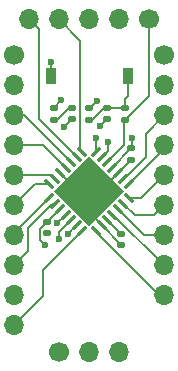
<source format=gbr>
%TF.GenerationSoftware,KiCad,Pcbnew,8.0.5*%
%TF.CreationDate,2025-01-09T20:32:43-08:00*%
%TF.ProjectId,PIC32Flex,50494333-3246-46c6-9578-2e6b69636164,rev?*%
%TF.SameCoordinates,Original*%
%TF.FileFunction,Copper,L1,Top*%
%TF.FilePolarity,Positive*%
%FSLAX46Y46*%
G04 Gerber Fmt 4.6, Leading zero omitted, Abs format (unit mm)*
G04 Created by KiCad (PCBNEW 8.0.5) date 2025-01-09 20:32:43*
%MOMM*%
%LPD*%
G01*
G04 APERTURE LIST*
G04 Aperture macros list*
%AMRoundRect*
0 Rectangle with rounded corners*
0 $1 Rounding radius*
0 $2 $3 $4 $5 $6 $7 $8 $9 X,Y pos of 4 corners*
0 Add a 4 corners polygon primitive as box body*
4,1,4,$2,$3,$4,$5,$6,$7,$8,$9,$2,$3,0*
0 Add four circle primitives for the rounded corners*
1,1,$1+$1,$2,$3*
1,1,$1+$1,$4,$5*
1,1,$1+$1,$6,$7*
1,1,$1+$1,$8,$9*
0 Add four rect primitives between the rounded corners*
20,1,$1+$1,$2,$3,$4,$5,0*
20,1,$1+$1,$4,$5,$6,$7,0*
20,1,$1+$1,$6,$7,$8,$9,0*
20,1,$1+$1,$8,$9,$2,$3,0*%
%AMRotRect*
0 Rectangle, with rotation*
0 The origin of the aperture is its center*
0 $1 length*
0 $2 width*
0 $3 Rotation angle, in degrees counterclockwise*
0 Add horizontal line*
21,1,$1,$2,0,0,$3*%
G04 Aperture macros list end*
%TA.AperFunction,ComponentPad*%
%ADD10C,1.700000*%
%TD*%
%TA.AperFunction,ComponentPad*%
%ADD11O,1.700000X1.700000*%
%TD*%
%TA.AperFunction,SMDPad,CuDef*%
%ADD12RoundRect,0.135000X0.185000X-0.135000X0.185000X0.135000X-0.185000X0.135000X-0.185000X-0.135000X0*%
%TD*%
%TA.AperFunction,SMDPad,CuDef*%
%ADD13R,0.889000X1.397000*%
%TD*%
%TA.AperFunction,SMDPad,CuDef*%
%ADD14RoundRect,0.140000X0.170000X-0.140000X0.170000X0.140000X-0.170000X0.140000X-0.170000X-0.140000X0*%
%TD*%
%TA.AperFunction,SMDPad,CuDef*%
%ADD15RoundRect,0.147500X0.172500X-0.147500X0.172500X0.147500X-0.172500X0.147500X-0.172500X-0.147500X0*%
%TD*%
%TA.AperFunction,SMDPad,CuDef*%
%ADD16RoundRect,0.140000X-0.170000X0.140000X-0.170000X-0.140000X0.170000X-0.140000X0.170000X0.140000X0*%
%TD*%
%TA.AperFunction,SMDPad,CuDef*%
%ADD17RotRect,0.304800X1.016000X45.000000*%
%TD*%
%TA.AperFunction,SMDPad,CuDef*%
%ADD18RotRect,0.304800X1.016000X315.000000*%
%TD*%
%TA.AperFunction,SMDPad,CuDef*%
%ADD19RotRect,4.191000X4.191000X315.000000*%
%TD*%
%TA.AperFunction,ViaPad*%
%ADD20C,0.600000*%
%TD*%
%TA.AperFunction,Conductor*%
%ADD21C,0.200000*%
%TD*%
G04 APERTURE END LIST*
D10*
%TO.P,J1,1,Pin_1*%
%TO.N,/TXD*%
X103837600Y-100170800D03*
D11*
%TO.P,J1,2,Pin_2*%
%TO.N,/RXD*%
X106377600Y-100170800D03*
%TO.P,J1,3,Pin_3*%
%TO.N,GND*%
X108917600Y-100170800D03*
%TD*%
D10*
%TO.P,J3,1,Pin_1*%
%TO.N,/AN1{slash}RA1*%
X112740000Y-75020000D03*
D11*
%TO.P,J3,2,Pin_2*%
%TO.N,/AN0{slash}RA0*%
X112740000Y-77560000D03*
%TO.P,J3,3,Pin_3*%
%TO.N,/AN9{slash}RB15*%
X112740000Y-80100000D03*
%TO.P,J3,4,Pin_4*%
%TO.N,/AN10{slash}RB14*%
X112740000Y-82640000D03*
%TO.P,J3,5,Pin_5*%
%TO.N,/AN11{slash}RB13*%
X112740000Y-85180000D03*
%TO.P,J3,6,Pin_6*%
%TO.N,/AN12{slash}RB12*%
X112740000Y-87720000D03*
%TO.P,J3,7,Pin_7*%
%TO.N,/RB11*%
X112740000Y-90260000D03*
%TO.P,J3,8,Pin_8*%
%TO.N,/RB10*%
X112740000Y-92800000D03*
%TO.P,J3,9,Pin_9*%
%TO.N,/RB9*%
X112740000Y-95340000D03*
%TD*%
%TO.P,J2,5,Pin_5*%
%TO.N,/PGClk*%
X101250000Y-71950000D03*
%TO.P,J2,4,Pin_4*%
%TO.N,/PGData*%
X103790000Y-71950000D03*
%TO.P,J2,3,Pin_3*%
%TO.N,GND*%
X106330000Y-71950000D03*
%TO.P,J2,2,Pin_2*%
%TO.N,+3.3V*%
X108870000Y-71950000D03*
D10*
%TO.P,J2,1,Pin_1*%
%TO.N,/MCLR*%
X111410000Y-71950000D03*
%TD*%
%TO.P,J4,1,Pin_1*%
%TO.N,+3.3V*%
X100040000Y-75020000D03*
D11*
%TO.P,J4,2,Pin_2*%
%TO.N,GND*%
X100040000Y-77560000D03*
%TO.P,J4,3,Pin_3*%
%TO.N,/AN4{slash}RB2*%
X100040000Y-80100000D03*
%TO.P,J4,4,Pin_4*%
%TO.N,/AN5{slash}RB3*%
X100040000Y-82640000D03*
%TO.P,J4,5,Pin_5*%
%TO.N,/RA2*%
X100040000Y-85180000D03*
%TO.P,J4,6,Pin_6*%
%TO.N,/RA3*%
X100040000Y-87720000D03*
%TO.P,J4,7,Pin_7*%
%TO.N,/RB4*%
X100040000Y-90260000D03*
%TO.P,J4,8,Pin_8*%
%TO.N,/RA4*%
X100040000Y-92800000D03*
%TO.P,J4,9,Pin_9*%
%TO.N,/RB5*%
X100040000Y-95340000D03*
%TO.P,J4,10,Pin_10*%
%TO.N,/RB8*%
X100040000Y-97880000D03*
%TD*%
D12*
%TO.P,R3,1*%
%TO.N,Net-(D1-A)*%
X103400000Y-80500000D03*
%TO.P,R3,2*%
%TO.N,+3.3V*%
X103400000Y-79480000D03*
%TD*%
D13*
%TO.P,SW1,1,1*%
%TO.N,Net-(C4-Pad2)*%
X109660001Y-76770000D03*
%TO.P,SW1,2,2*%
%TO.N,GND*%
X103159999Y-76770000D03*
%TD*%
D12*
%TO.P,R1,1*%
%TO.N,/MCLR*%
X109400000Y-80500000D03*
%TO.P,R1,2*%
%TO.N,Net-(C4-Pad2)*%
X109400000Y-79480000D03*
%TD*%
D14*
%TO.P,C2,1*%
%TO.N,GND*%
X109960000Y-83890000D03*
%TO.P,C2,2*%
%TO.N,+3.3V*%
X109960000Y-82930000D03*
%TD*%
D15*
%TO.P,D1,1,K*%
%TO.N,GND*%
X104900000Y-80475000D03*
%TO.P,D1,2,A*%
%TO.N,Net-(D1-A)*%
X104900000Y-79505000D03*
%TD*%
D16*
%TO.P,C3,1*%
%TO.N,Net-(U1-Vcap)*%
X109080000Y-90140000D03*
%TO.P,C3,2*%
%TO.N,GND*%
X109080000Y-91100000D03*
%TD*%
D17*
%TO.P,U1,1,PGED1/RB0*%
%TO.N,/PGData*%
X105776406Y-83190970D03*
%TO.P,U1,2,PGEC1/RB1*%
%TO.N,/PGClk*%
X105316785Y-83650590D03*
%TO.P,U1,3,RB2*%
%TO.N,/AN4{slash}RB2*%
X104857165Y-84110210D03*
%TO.P,U1,4,RB3*%
%TO.N,/AN5{slash}RB3*%
X104397547Y-84569829D03*
%TO.P,U1,5,Vss*%
%TO.N,GND*%
X103937928Y-85029447D03*
%TO.P,U1,6,RA2*%
%TO.N,/RA2*%
X103478308Y-85489067D03*
%TO.P,U1,7,RA3*%
%TO.N,/RA3*%
X103018689Y-85948686D03*
D18*
%TO.P,U1,8,RB4*%
%TO.N,/RB4*%
X103018688Y-87142282D03*
%TO.P,U1,9,RA4*%
%TO.N,/RA4*%
X103478308Y-87601903D03*
%TO.P,U1,10,Vdd*%
%TO.N,+3.3V*%
X103937927Y-88061521D03*
%TO.P,U1,11,PGED3/5VT/RB5*%
%TO.N,/RB5*%
X104397547Y-88521141D03*
%TO.P,U1,12,PGEC3/5VT/RB6*%
%TO.N,/TXD*%
X104857165Y-88980760D03*
%TO.P,U1,13,5VT/RB7*%
%TO.N,/RXD*%
X105316785Y-89440380D03*
%TO.P,U1,14,5VT/RB8*%
%TO.N,/RB8*%
X105776404Y-89899999D03*
D17*
%TO.P,U1,15,PGED2/5VT/RB9*%
%TO.N,/RB9*%
X106970000Y-89900000D03*
%TO.P,U1,16,Vss*%
%TO.N,GND*%
X107429621Y-89440380D03*
%TO.P,U1,17,Vcap*%
%TO.N,Net-(U1-Vcap)*%
X107889239Y-88980761D03*
%TO.P,U1,18,PGEC2/5VT/RB10*%
%TO.N,/RB10*%
X108348859Y-88521141D03*
%TO.P,U1,19,RB11*%
%TO.N,/RB11*%
X108808478Y-88061523D03*
%TO.P,U1,20,RB12*%
%TO.N,/AN12{slash}RB12*%
X109268098Y-87601903D03*
%TO.P,U1,21,RB13*%
%TO.N,/AN11{slash}RB13*%
X109727717Y-87142284D03*
D18*
%TO.P,U1,22,RB14*%
%TO.N,/AN10{slash}RB14*%
X109727718Y-85948688D03*
%TO.P,U1,23,RB15*%
%TO.N,/AN9{slash}RB15*%
X109268098Y-85489067D03*
%TO.P,U1,24,AVss*%
%TO.N,GND*%
X108808479Y-85029449D03*
%TO.P,U1,25,AVdd*%
%TO.N,+3.3V*%
X108348859Y-84569829D03*
%TO.P,U1,26,~{MCLR}*%
%TO.N,/MCLR*%
X107889241Y-84110210D03*
%TO.P,U1,27,RA0*%
%TO.N,/AN0{slash}RA0*%
X107429621Y-83650590D03*
%TO.P,U1,28,RA1*%
%TO.N,/AN1{slash}RA1*%
X106970002Y-83190971D03*
D19*
%TO.P,U1,29,Sink*%
%TO.N,GND*%
X106373203Y-86545485D03*
%TD*%
D12*
%TO.P,R2,1*%
%TO.N,Net-(C4-Pad2)*%
X106400000Y-80500000D03*
%TO.P,R2,2*%
%TO.N,+3.3V*%
X106400000Y-79480000D03*
%TD*%
D14*
%TO.P,C1,2*%
%TO.N,+3.3V*%
X102830000Y-89160000D03*
%TO.P,C1,1*%
%TO.N,GND*%
X102830000Y-90120000D03*
%TD*%
%TO.P,C4,1*%
%TO.N,GND*%
X107900000Y-80470000D03*
%TO.P,C4,2*%
%TO.N,Net-(C4-Pad2)*%
X107900000Y-79510000D03*
%TD*%
D20*
%TO.N,+3.3V*%
X102637600Y-91100000D03*
X104020000Y-78840000D03*
X109970000Y-82000000D03*
X107020000Y-78870000D03*
%TO.N,GND*%
X107255735Y-81065735D03*
X104280000Y-81090000D03*
X103170000Y-75570000D03*
X106373203Y-86545485D03*
%TO.N,/TXD*%
X103837600Y-90580000D03*
%TO.N,/RXD*%
X104560000Y-90180000D03*
%TO.N,/RB5*%
X103650000Y-89270000D03*
%TO.N,/AN0{slash}RA0*%
X107950000Y-82350000D03*
%TO.N,/AN1{slash}RA1*%
X106980000Y-82010000D03*
%TD*%
D21*
%TO.N,+3.3V*%
X102220000Y-89770000D02*
X102830000Y-89160000D01*
X102740000Y-89260000D02*
X102740000Y-89259448D01*
X102839448Y-89160000D02*
X103937927Y-88061521D01*
X109970000Y-82920000D02*
X109970000Y-82000000D01*
X102637600Y-91100000D02*
X102220000Y-90682400D01*
X108348859Y-84541141D02*
X109960000Y-82930000D01*
X102220000Y-90682400D02*
X102220000Y-89770000D01*
X103400000Y-79480000D02*
X104020000Y-78860000D01*
X109960000Y-82930000D02*
X109970000Y-82920000D01*
X106400000Y-79480000D02*
X106410000Y-79480000D01*
X102830000Y-89160000D02*
X102839448Y-89160000D01*
X108348859Y-84569829D02*
X108348859Y-84541141D01*
X104020000Y-78860000D02*
X104020000Y-78840000D01*
X106410000Y-79480000D02*
X107020000Y-78870000D01*
%TO.N,GND*%
X108808479Y-85029449D02*
X107292443Y-86545485D01*
X103170000Y-75570000D02*
X103159999Y-75580001D01*
X107429621Y-89440380D02*
X106373203Y-88383962D01*
X103159999Y-75580001D02*
X103159999Y-76770000D01*
X104895000Y-80475000D02*
X104280000Y-81090000D01*
X108820551Y-85029449D02*
X109960000Y-83890000D01*
X104900000Y-80475000D02*
X104895000Y-80475000D01*
X107900000Y-80470000D02*
X107851470Y-80470000D01*
X107429621Y-89440380D02*
X107429621Y-89449621D01*
X107851470Y-80470000D02*
X107255735Y-81065735D01*
X105453966Y-86545485D02*
X106373203Y-86545485D01*
X107429621Y-89449621D02*
X109080000Y-91100000D01*
X106373203Y-88383962D02*
X106373203Y-86545485D01*
X107292443Y-86545485D02*
X106373203Y-86545485D01*
X103937928Y-85029447D02*
X105453966Y-86545485D01*
X108808479Y-85029449D02*
X108820551Y-85029449D01*
%TO.N,/TXD*%
X103837600Y-90580000D02*
X103837600Y-90000325D01*
X103837600Y-90000325D02*
X104857165Y-88980760D01*
%TO.N,/RXD*%
X105299620Y-89440380D02*
X104560000Y-90180000D01*
X105316785Y-89440380D02*
X105299620Y-89440380D01*
%TO.N,/MCLR*%
X111410000Y-78490000D02*
X111410000Y-71950000D01*
X109370000Y-80530000D02*
X109370000Y-82629451D01*
X109370000Y-82629451D02*
X107889241Y-84110210D01*
X109400000Y-80500000D02*
X109370000Y-80530000D01*
X109400000Y-80500000D02*
X111410000Y-78490000D01*
%TO.N,/PGData*%
X105640000Y-83054564D02*
X105640000Y-73800000D01*
X105776406Y-83190970D02*
X105640000Y-83054564D01*
X105640000Y-73800000D02*
X103790000Y-71950000D01*
%TO.N,/PGClk*%
X105316785Y-83650590D02*
X102130000Y-80463805D01*
X102130000Y-80463805D02*
X102130000Y-72830000D01*
X102130000Y-72830000D02*
X101250000Y-71950000D01*
%TO.N,Net-(U1-Vcap)*%
X107889239Y-88980761D02*
X107889239Y-88989239D01*
X107920761Y-88980761D02*
X109080000Y-90140000D01*
X107889239Y-88980761D02*
X107920761Y-88980761D01*
%TO.N,Net-(C4-Pad2)*%
X106400000Y-80500000D02*
X106650000Y-80500000D01*
X109400000Y-78720000D02*
X109660001Y-78459999D01*
X107930000Y-79480000D02*
X107900000Y-79510000D01*
X109660001Y-78459999D02*
X109660001Y-76770000D01*
X106650000Y-80500000D02*
X107640000Y-79510000D01*
X109400000Y-79480000D02*
X109400000Y-78720000D01*
X109400000Y-79480000D02*
X107930000Y-79480000D01*
X107640000Y-79510000D02*
X107900000Y-79510000D01*
%TO.N,Net-(D1-A)*%
X103690000Y-80500000D02*
X104685000Y-79505000D01*
X103400000Y-80500000D02*
X103690000Y-80500000D01*
X104685000Y-79505000D02*
X104900000Y-79505000D01*
%TO.N,/RB8*%
X105776404Y-89899999D02*
X102460000Y-93216403D01*
X102460000Y-95460000D02*
X100040000Y-97880000D01*
X102460000Y-93216403D02*
X102460000Y-95460000D01*
%TO.N,/RB5*%
X104397547Y-88521141D02*
X104397547Y-88522453D01*
X104397547Y-88522453D02*
X103650000Y-89270000D01*
%TO.N,/RA3*%
X103018689Y-85948686D02*
X101811314Y-85948686D01*
X101811314Y-85948686D02*
X100040000Y-87720000D01*
%TO.N,/AN5{slash}RB3*%
X102467718Y-82640000D02*
X100040000Y-82640000D01*
X104397547Y-84569829D02*
X102467718Y-82640000D01*
%TO.N,/RA4*%
X103478308Y-87601903D02*
X103262782Y-87601903D01*
X103262782Y-87601903D02*
X101230000Y-89634685D01*
X101230000Y-89634685D02*
X101230000Y-91610000D01*
X101230000Y-91610000D02*
X100040000Y-92800000D01*
%TO.N,/RB4*%
X100040000Y-90120000D02*
X103017718Y-87142282D01*
X103017718Y-87142282D02*
X103018688Y-87142282D01*
X100040000Y-90260000D02*
X100040000Y-90120000D01*
%TO.N,/AN4{slash}RB2*%
X100846955Y-80100000D02*
X100040000Y-80100000D01*
X104857165Y-84110210D02*
X100846955Y-80100000D01*
%TO.N,/RA2*%
X103169241Y-85180000D02*
X100040000Y-85180000D01*
X103478308Y-85489067D02*
X103169241Y-85180000D01*
%TO.N,/AN12{slash}RB12*%
X112740000Y-87720000D02*
X111890000Y-88570000D01*
X110236195Y-88570000D02*
X109268098Y-87601903D01*
X111890000Y-88570000D02*
X110236195Y-88570000D01*
%TO.N,/RB11*%
X112740000Y-90260000D02*
X111006955Y-90260000D01*
X111006955Y-90260000D02*
X108808478Y-88061523D01*
%TO.N,/AN0{slash}RA0*%
X107950000Y-82350000D02*
X107950000Y-83130211D01*
X107950000Y-83130211D02*
X107429621Y-83650590D01*
%TO.N,/RB9*%
X106970000Y-89990000D02*
X106970000Y-89900000D01*
X112320000Y-95340000D02*
X106970000Y-89990000D01*
X112740000Y-95340000D02*
X112320000Y-95340000D01*
%TO.N,/AN11{slash}RB13*%
X110777716Y-87142284D02*
X112740000Y-85180000D01*
X109727717Y-87142284D02*
X110777716Y-87142284D01*
%TO.N,/AN10{slash}RB14*%
X109727718Y-85948688D02*
X112740000Y-82936406D01*
X112740000Y-82936406D02*
X112740000Y-82640000D01*
%TO.N,/RB10*%
X112690000Y-92800000D02*
X108411141Y-88521141D01*
X112740000Y-92800000D02*
X112690000Y-92800000D01*
X108411141Y-88521141D02*
X108348859Y-88521141D01*
%TO.N,/AN1{slash}RA1*%
X106970002Y-83190971D02*
X106970002Y-82019998D01*
X106970002Y-82019998D02*
X106980000Y-82010000D01*
%TO.N,/AN9{slash}RB15*%
X109310933Y-85489067D02*
X111160000Y-83640000D01*
X109268098Y-85489067D02*
X109310933Y-85489067D01*
X111160000Y-81680000D02*
X112740000Y-80100000D01*
X111160000Y-83640000D02*
X111160000Y-81680000D01*
%TD*%
M02*

</source>
